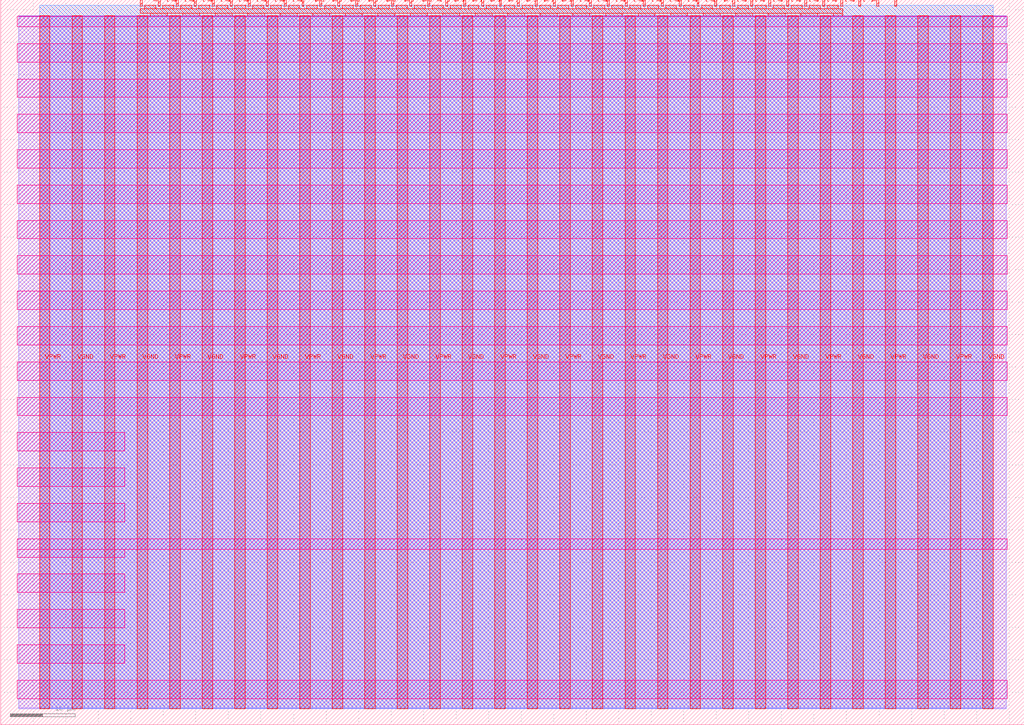
<source format=lef>
VERSION 5.7 ;
  NOWIREEXTENSIONATPIN ON ;
  DIVIDERCHAR "/" ;
  BUSBITCHARS "[]" ;
MACRO tt_um_urish_skullfet
  CLASS BLOCK ;
  FOREIGN tt_um_urish_skullfet ;
  ORIGIN 0.000 0.000 ;
  SIZE 157.320 BY 111.520 ;
  PIN VGND
    DIRECTION INOUT ;
    USE GROUND ;
    PORT
      LAYER met4 ;
        RECT 10.960 2.480 12.560 109.040 ;
    END
    PORT
      LAYER met4 ;
        RECT 20.960 2.480 22.560 109.040 ;
    END
    PORT
      LAYER met4 ;
        RECT 30.960 2.480 32.560 109.040 ;
    END
    PORT
      LAYER met4 ;
        RECT 40.960 2.480 42.560 109.040 ;
    END
    PORT
      LAYER met4 ;
        RECT 50.960 2.480 52.560 109.040 ;
    END
    PORT
      LAYER met4 ;
        RECT 60.960 2.480 62.560 109.040 ;
    END
    PORT
      LAYER met4 ;
        RECT 70.960 2.480 72.560 109.040 ;
    END
    PORT
      LAYER met4 ;
        RECT 80.960 2.480 82.560 109.040 ;
    END
    PORT
      LAYER met4 ;
        RECT 90.960 2.480 92.560 109.040 ;
    END
    PORT
      LAYER met4 ;
        RECT 100.960 2.480 102.560 109.040 ;
    END
    PORT
      LAYER met4 ;
        RECT 110.960 2.480 112.560 109.040 ;
    END
    PORT
      LAYER met4 ;
        RECT 120.960 2.480 122.560 109.040 ;
    END
    PORT
      LAYER met4 ;
        RECT 130.960 2.480 132.560 109.040 ;
    END
    PORT
      LAYER met4 ;
        RECT 140.960 2.480 142.560 109.040 ;
    END
    PORT
      LAYER met4 ;
        RECT 150.960 2.480 152.560 109.040 ;
    END
  END VGND
  PIN VPWR
    DIRECTION INOUT ;
    USE POWER ;
    PORT
      LAYER met4 ;
        RECT 5.960 2.480 7.560 109.040 ;
    END
    PORT
      LAYER met4 ;
        RECT 15.960 2.480 17.560 109.040 ;
    END
    PORT
      LAYER met4 ;
        RECT 25.960 2.480 27.560 109.040 ;
    END
    PORT
      LAYER met4 ;
        RECT 35.960 2.480 37.560 109.040 ;
    END
    PORT
      LAYER met4 ;
        RECT 45.960 2.480 47.560 109.040 ;
    END
    PORT
      LAYER met4 ;
        RECT 55.960 2.480 57.560 109.040 ;
    END
    PORT
      LAYER met4 ;
        RECT 65.960 2.480 67.560 109.040 ;
    END
    PORT
      LAYER met4 ;
        RECT 75.960 2.480 77.560 109.040 ;
    END
    PORT
      LAYER met4 ;
        RECT 85.960 2.480 87.560 109.040 ;
    END
    PORT
      LAYER met4 ;
        RECT 95.960 2.480 97.560 109.040 ;
    END
    PORT
      LAYER met4 ;
        RECT 105.960 2.480 107.560 109.040 ;
    END
    PORT
      LAYER met4 ;
        RECT 115.960 2.480 117.560 109.040 ;
    END
    PORT
      LAYER met4 ;
        RECT 125.960 2.480 127.560 109.040 ;
    END
    PORT
      LAYER met4 ;
        RECT 135.960 2.480 137.560 109.040 ;
    END
    PORT
      LAYER met4 ;
        RECT 145.960 2.480 147.560 109.040 ;
    END
  END VPWR
  PIN clk
    DIRECTION INPUT ;
    USE SIGNAL ;
    PORT
      LAYER met4 ;
        RECT 134.630 110.520 134.930 111.520 ;
    END
  END clk
  PIN ena
    DIRECTION INPUT ;
    USE SIGNAL ;
    PORT
      LAYER met4 ;
        RECT 137.390 110.520 137.690 111.520 ;
    END
  END ena
  PIN rst_n
    DIRECTION INPUT ;
    USE SIGNAL ;
    PORT
      LAYER met4 ;
        RECT 131.870 110.520 132.170 111.520 ;
    END
  END rst_n
  PIN ui_in[0]
    DIRECTION INPUT ;
    USE SIGNAL ;
    ANTENNAGATEAREA 0.213000 ;
    PORT
      LAYER met4 ;
        RECT 129.110 110.520 129.410 111.520 ;
    END
  END ui_in[0]
  PIN ui_in[1]
    DIRECTION INPUT ;
    USE SIGNAL ;
    ANTENNAGATEAREA 0.213000 ;
    PORT
      LAYER met4 ;
        RECT 126.350 110.520 126.650 111.520 ;
    END
  END ui_in[1]
  PIN ui_in[2]
    DIRECTION INPUT ;
    USE SIGNAL ;
    ANTENNAGATEAREA 0.126000 ;
    PORT
      LAYER met4 ;
        RECT 123.590 110.520 123.890 111.520 ;
    END
  END ui_in[2]
  PIN ui_in[3]
    DIRECTION INPUT ;
    USE SIGNAL ;
    ANTENNAGATEAREA 0.196500 ;
    PORT
      LAYER met4 ;
        RECT 120.830 110.520 121.130 111.520 ;
    END
  END ui_in[3]
  PIN ui_in[4]
    DIRECTION INPUT ;
    USE SIGNAL ;
    PORT
      LAYER met4 ;
        RECT 118.070 110.520 118.370 111.520 ;
    END
  END ui_in[4]
  PIN ui_in[5]
    DIRECTION INPUT ;
    USE SIGNAL ;
    PORT
      LAYER met4 ;
        RECT 115.310 110.520 115.610 111.520 ;
    END
  END ui_in[5]
  PIN ui_in[6]
    DIRECTION INPUT ;
    USE SIGNAL ;
    PORT
      LAYER met4 ;
        RECT 112.550 110.520 112.850 111.520 ;
    END
  END ui_in[6]
  PIN ui_in[7]
    DIRECTION INPUT ;
    USE SIGNAL ;
    PORT
      LAYER met4 ;
        RECT 109.790 110.520 110.090 111.520 ;
    END
  END ui_in[7]
  PIN uio_in[0]
    DIRECTION INPUT ;
    USE SIGNAL ;
    PORT
      LAYER met4 ;
        RECT 107.030 110.520 107.330 111.520 ;
    END
  END uio_in[0]
  PIN uio_in[1]
    DIRECTION INPUT ;
    USE SIGNAL ;
    PORT
      LAYER met4 ;
        RECT 104.270 110.520 104.570 111.520 ;
    END
  END uio_in[1]
  PIN uio_in[2]
    DIRECTION INPUT ;
    USE SIGNAL ;
    PORT
      LAYER met4 ;
        RECT 101.510 110.520 101.810 111.520 ;
    END
  END uio_in[2]
  PIN uio_in[3]
    DIRECTION INPUT ;
    USE SIGNAL ;
    PORT
      LAYER met4 ;
        RECT 98.750 110.520 99.050 111.520 ;
    END
  END uio_in[3]
  PIN uio_in[4]
    DIRECTION INPUT ;
    USE SIGNAL ;
    PORT
      LAYER met4 ;
        RECT 95.990 110.520 96.290 111.520 ;
    END
  END uio_in[4]
  PIN uio_in[5]
    DIRECTION INPUT ;
    USE SIGNAL ;
    PORT
      LAYER met4 ;
        RECT 93.230 110.520 93.530 111.520 ;
    END
  END uio_in[5]
  PIN uio_in[6]
    DIRECTION INPUT ;
    USE SIGNAL ;
    PORT
      LAYER met4 ;
        RECT 90.470 110.520 90.770 111.520 ;
    END
  END uio_in[6]
  PIN uio_in[7]
    DIRECTION INPUT ;
    USE SIGNAL ;
    PORT
      LAYER met4 ;
        RECT 87.710 110.520 88.010 111.520 ;
    END
  END uio_in[7]
  PIN uio_oe[0]
    DIRECTION OUTPUT TRISTATE ;
    USE SIGNAL ;
    ANTENNADIFFAREA 0.445500 ;
    PORT
      LAYER met4 ;
        RECT 40.790 110.520 41.090 111.520 ;
    END
  END uio_oe[0]
  PIN uio_oe[1]
    DIRECTION OUTPUT TRISTATE ;
    USE SIGNAL ;
    ANTENNADIFFAREA 0.445500 ;
    PORT
      LAYER met4 ;
        RECT 38.030 110.520 38.330 111.520 ;
    END
  END uio_oe[1]
  PIN uio_oe[2]
    DIRECTION OUTPUT TRISTATE ;
    USE SIGNAL ;
    ANTENNADIFFAREA 0.445500 ;
    PORT
      LAYER met4 ;
        RECT 35.270 110.520 35.570 111.520 ;
    END
  END uio_oe[2]
  PIN uio_oe[3]
    DIRECTION OUTPUT TRISTATE ;
    USE SIGNAL ;
    ANTENNADIFFAREA 0.445500 ;
    PORT
      LAYER met4 ;
        RECT 32.510 110.520 32.810 111.520 ;
    END
  END uio_oe[3]
  PIN uio_oe[4]
    DIRECTION OUTPUT TRISTATE ;
    USE SIGNAL ;
    ANTENNADIFFAREA 0.445500 ;
    PORT
      LAYER met4 ;
        RECT 29.750 110.520 30.050 111.520 ;
    END
  END uio_oe[4]
  PIN uio_oe[5]
    DIRECTION OUTPUT TRISTATE ;
    USE SIGNAL ;
    ANTENNADIFFAREA 0.445500 ;
    PORT
      LAYER met4 ;
        RECT 26.990 110.520 27.290 111.520 ;
    END
  END uio_oe[5]
  PIN uio_oe[6]
    DIRECTION OUTPUT TRISTATE ;
    USE SIGNAL ;
    ANTENNADIFFAREA 0.445500 ;
    PORT
      LAYER met4 ;
        RECT 24.230 110.520 24.530 111.520 ;
    END
  END uio_oe[6]
  PIN uio_oe[7]
    DIRECTION OUTPUT TRISTATE ;
    USE SIGNAL ;
    ANTENNADIFFAREA 0.445500 ;
    PORT
      LAYER met4 ;
        RECT 21.470 110.520 21.770 111.520 ;
    END
  END uio_oe[7]
  PIN uio_out[0]
    DIRECTION OUTPUT TRISTATE ;
    USE SIGNAL ;
    ANTENNADIFFAREA 0.445500 ;
    PORT
      LAYER met4 ;
        RECT 62.870 110.520 63.170 111.520 ;
    END
  END uio_out[0]
  PIN uio_out[1]
    DIRECTION OUTPUT TRISTATE ;
    USE SIGNAL ;
    ANTENNADIFFAREA 0.445500 ;
    PORT
      LAYER met4 ;
        RECT 60.110 110.520 60.410 111.520 ;
    END
  END uio_out[1]
  PIN uio_out[2]
    DIRECTION OUTPUT TRISTATE ;
    USE SIGNAL ;
    ANTENNADIFFAREA 0.445500 ;
    PORT
      LAYER met4 ;
        RECT 57.350 110.520 57.650 111.520 ;
    END
  END uio_out[2]
  PIN uio_out[3]
    DIRECTION OUTPUT TRISTATE ;
    USE SIGNAL ;
    ANTENNADIFFAREA 0.445500 ;
    PORT
      LAYER met4 ;
        RECT 54.590 110.520 54.890 111.520 ;
    END
  END uio_out[3]
  PIN uio_out[4]
    DIRECTION OUTPUT TRISTATE ;
    USE SIGNAL ;
    ANTENNADIFFAREA 0.445500 ;
    PORT
      LAYER met4 ;
        RECT 51.830 110.520 52.130 111.520 ;
    END
  END uio_out[4]
  PIN uio_out[5]
    DIRECTION OUTPUT TRISTATE ;
    USE SIGNAL ;
    ANTENNADIFFAREA 0.445500 ;
    PORT
      LAYER met4 ;
        RECT 49.070 110.520 49.370 111.520 ;
    END
  END uio_out[5]
  PIN uio_out[6]
    DIRECTION OUTPUT TRISTATE ;
    USE SIGNAL ;
    ANTENNADIFFAREA 0.445500 ;
    PORT
      LAYER met4 ;
        RECT 46.310 110.520 46.610 111.520 ;
    END
  END uio_out[6]
  PIN uio_out[7]
    DIRECTION OUTPUT TRISTATE ;
    USE SIGNAL ;
    ANTENNADIFFAREA 0.445500 ;
    PORT
      LAYER met4 ;
        RECT 43.550 110.520 43.850 111.520 ;
    END
  END uio_out[7]
  PIN uo_out[0]
    DIRECTION OUTPUT TRISTATE ;
    USE SIGNAL ;
    ANTENNADIFFAREA 0.445500 ;
    PORT
      LAYER met4 ;
        RECT 84.950 110.520 85.250 111.520 ;
    END
  END uo_out[0]
  PIN uo_out[1]
    DIRECTION OUTPUT TRISTATE ;
    USE SIGNAL ;
    ANTENNADIFFAREA 0.795200 ;
    PORT
      LAYER met4 ;
        RECT 82.190 110.520 82.490 111.520 ;
    END
  END uo_out[1]
  PIN uo_out[2]
    DIRECTION OUTPUT TRISTATE ;
    USE SIGNAL ;
    ANTENNADIFFAREA 0.445500 ;
    PORT
      LAYER met4 ;
        RECT 79.430 110.520 79.730 111.520 ;
    END
  END uo_out[2]
  PIN uo_out[3]
    DIRECTION OUTPUT TRISTATE ;
    USE SIGNAL ;
    ANTENNADIFFAREA 0.445500 ;
    PORT
      LAYER met4 ;
        RECT 76.670 110.520 76.970 111.520 ;
    END
  END uo_out[3]
  PIN uo_out[4]
    DIRECTION OUTPUT TRISTATE ;
    USE SIGNAL ;
    ANTENNADIFFAREA 0.445500 ;
    PORT
      LAYER met4 ;
        RECT 73.910 110.520 74.210 111.520 ;
    END
  END uo_out[4]
  PIN uo_out[5]
    DIRECTION OUTPUT TRISTATE ;
    USE SIGNAL ;
    ANTENNADIFFAREA 0.445500 ;
    PORT
      LAYER met4 ;
        RECT 71.150 110.520 71.450 111.520 ;
    END
  END uo_out[5]
  PIN uo_out[6]
    DIRECTION OUTPUT TRISTATE ;
    USE SIGNAL ;
    ANTENNADIFFAREA 0.445500 ;
    PORT
      LAYER met4 ;
        RECT 68.390 110.520 68.690 111.520 ;
    END
  END uo_out[6]
  PIN uo_out[7]
    DIRECTION OUTPUT TRISTATE ;
    USE SIGNAL ;
    ANTENNADIFFAREA 0.445500 ;
    PORT
      LAYER met4 ;
        RECT 65.630 110.520 65.930 111.520 ;
    END
  END uo_out[7]
  OBS
      LAYER nwell ;
        RECT 2.570 107.385 154.750 108.990 ;
        RECT 2.570 101.945 154.750 104.775 ;
        RECT 2.570 96.505 154.750 99.335 ;
        RECT 2.570 91.065 154.750 93.895 ;
        RECT 2.570 85.625 154.750 88.455 ;
        RECT 2.570 80.185 154.750 83.015 ;
        RECT 2.570 74.745 154.750 77.575 ;
        RECT 2.570 69.305 154.750 72.135 ;
        RECT 2.570 63.865 154.750 66.695 ;
        RECT 2.570 58.425 154.750 61.255 ;
        RECT 2.570 52.985 154.750 55.815 ;
        RECT 2.570 47.545 154.750 50.375 ;
        RECT 2.570 42.105 19.050 44.935 ;
        RECT 2.570 36.665 19.050 39.495 ;
        RECT 2.570 31.225 19.050 34.055 ;
        RECT 2.570 27.010 154.750 28.615 ;
        RECT 2.570 25.785 19.050 27.010 ;
        RECT 2.570 20.345 19.050 23.175 ;
        RECT 2.570 14.905 19.050 17.735 ;
        RECT 2.570 9.465 19.050 12.295 ;
        RECT 2.570 4.025 154.750 6.855 ;
      LAYER li1 ;
        RECT 2.760 2.635 154.560 108.885 ;
      LAYER met1 ;
        RECT 2.760 2.480 154.560 109.040 ;
      LAYER met2 ;
        RECT 5.990 2.535 152.530 110.685 ;
      LAYER met3 ;
        RECT 5.970 2.555 152.550 110.665 ;
      LAYER met4 ;
        RECT 22.170 110.120 23.830 110.665 ;
        RECT 24.930 110.120 26.590 110.665 ;
        RECT 27.690 110.120 29.350 110.665 ;
        RECT 30.450 110.120 32.110 110.665 ;
        RECT 33.210 110.120 34.870 110.665 ;
        RECT 35.970 110.120 37.630 110.665 ;
        RECT 38.730 110.120 40.390 110.665 ;
        RECT 41.490 110.120 43.150 110.665 ;
        RECT 44.250 110.120 45.910 110.665 ;
        RECT 47.010 110.120 48.670 110.665 ;
        RECT 49.770 110.120 51.430 110.665 ;
        RECT 52.530 110.120 54.190 110.665 ;
        RECT 55.290 110.120 56.950 110.665 ;
        RECT 58.050 110.120 59.710 110.665 ;
        RECT 60.810 110.120 62.470 110.665 ;
        RECT 63.570 110.120 65.230 110.665 ;
        RECT 66.330 110.120 67.990 110.665 ;
        RECT 69.090 110.120 70.750 110.665 ;
        RECT 71.850 110.120 73.510 110.665 ;
        RECT 74.610 110.120 76.270 110.665 ;
        RECT 77.370 110.120 79.030 110.665 ;
        RECT 80.130 110.120 81.790 110.665 ;
        RECT 82.890 110.120 84.550 110.665 ;
        RECT 85.650 110.120 87.310 110.665 ;
        RECT 88.410 110.120 90.070 110.665 ;
        RECT 91.170 110.120 92.830 110.665 ;
        RECT 93.930 110.120 95.590 110.665 ;
        RECT 96.690 110.120 98.350 110.665 ;
        RECT 99.450 110.120 101.110 110.665 ;
        RECT 102.210 110.120 103.870 110.665 ;
        RECT 104.970 110.120 106.630 110.665 ;
        RECT 107.730 110.120 109.390 110.665 ;
        RECT 110.490 110.120 112.150 110.665 ;
        RECT 113.250 110.120 114.910 110.665 ;
        RECT 116.010 110.120 117.670 110.665 ;
        RECT 118.770 110.120 120.430 110.665 ;
        RECT 121.530 110.120 123.190 110.665 ;
        RECT 124.290 110.120 125.950 110.665 ;
        RECT 127.050 110.120 128.710 110.665 ;
        RECT 21.455 109.440 129.425 110.120 ;
        RECT 22.960 108.975 25.560 109.440 ;
        RECT 27.960 108.975 30.560 109.440 ;
        RECT 32.960 108.975 35.560 109.440 ;
        RECT 37.960 108.975 40.560 109.440 ;
        RECT 42.960 108.975 45.560 109.440 ;
        RECT 47.960 108.975 50.560 109.440 ;
        RECT 52.960 108.975 55.560 109.440 ;
        RECT 57.960 108.975 60.560 109.440 ;
        RECT 62.960 108.975 65.560 109.440 ;
        RECT 67.960 108.975 70.560 109.440 ;
        RECT 72.960 108.975 75.560 109.440 ;
        RECT 77.960 108.975 80.560 109.440 ;
        RECT 82.960 108.975 85.560 109.440 ;
        RECT 87.960 108.975 90.560 109.440 ;
        RECT 92.960 108.975 95.560 109.440 ;
        RECT 97.960 108.975 100.560 109.440 ;
        RECT 102.960 108.975 105.560 109.440 ;
        RECT 107.960 108.975 110.560 109.440 ;
        RECT 112.960 108.975 115.560 109.440 ;
        RECT 117.960 108.975 120.560 109.440 ;
        RECT 122.960 108.975 125.560 109.440 ;
        RECT 127.960 108.975 129.425 109.440 ;
  END
END tt_um_urish_skullfet
END LIBRARY


</source>
